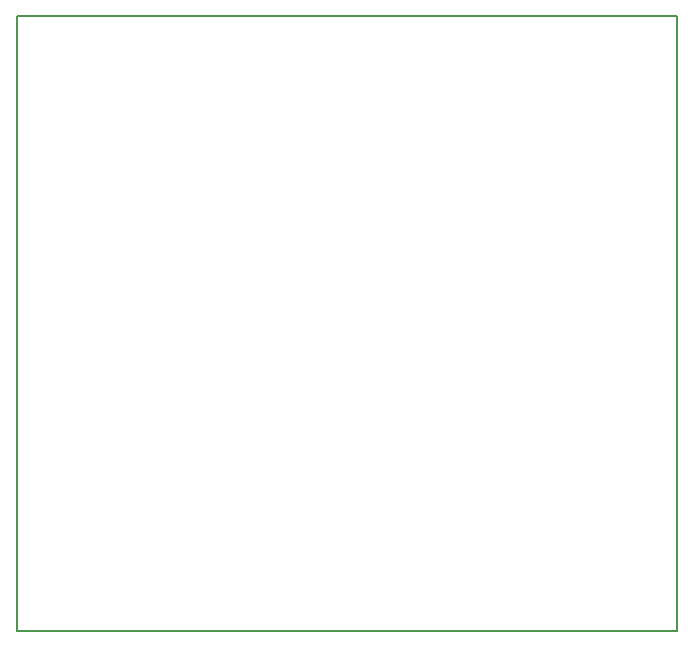
<source format=gm1>
G04 #@! TF.FileFunction,Profile,NP*
%FSLAX46Y46*%
G04 Gerber Fmt 4.6, Leading zero omitted, Abs format (unit mm)*
G04 Created by KiCad (PCBNEW 4.0.4+e1-6308~48~ubuntu16.04.1-stable) date Fri Nov  4 19:37:54 2016*
%MOMM*%
%LPD*%
G01*
G04 APERTURE LIST*
%ADD10C,0.100000*%
%ADD11C,0.150000*%
G04 APERTURE END LIST*
D10*
D11*
X104140000Y-52070000D02*
X48260000Y-52070000D01*
X104140000Y-104140000D02*
X104140000Y-52070000D01*
X48260000Y-104140000D02*
X104140000Y-104140000D01*
X48260000Y-52070000D02*
X48260000Y-104140000D01*
M02*

</source>
